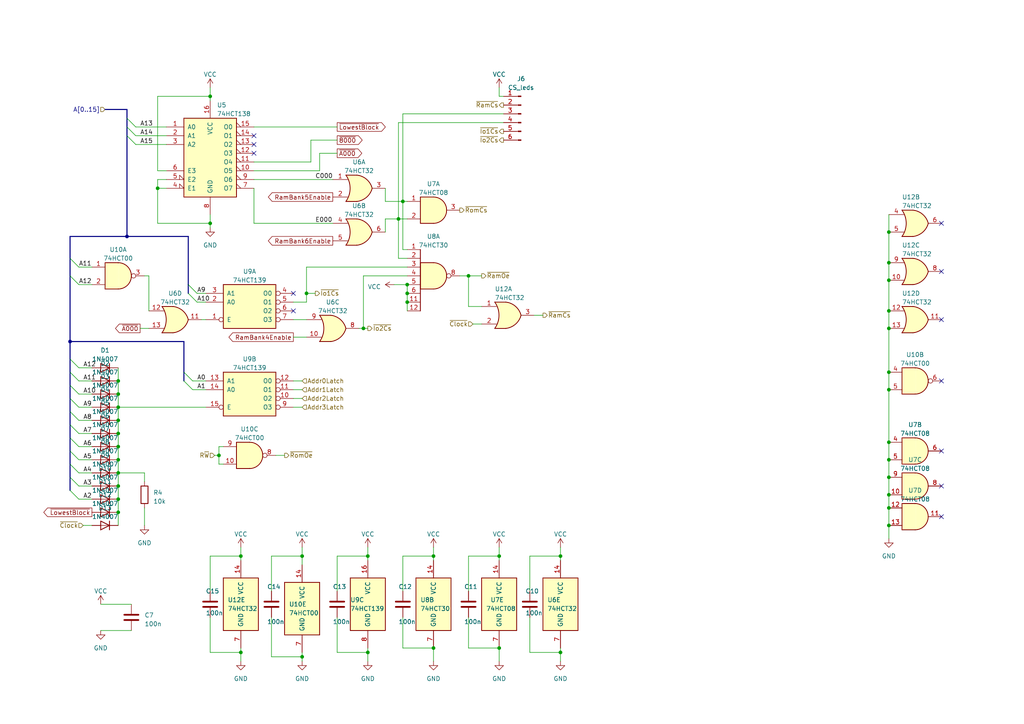
<source format=kicad_sch>
(kicad_sch (version 20250114) (generator "eeschema") (generator_version "9.0")
  (paper "A4")
  (lib_symbols
    (symbol "74xx:74LS00" (pin_names (offset 1.016))
      (property "Reference" "U" (at 0 1.27 0))
      (property "Value" "74LS00" (at 0 -1.27 0))
      (symbol "74LS00_1_1"
        (pin input line (at -7.62 2.54 0) (length 3.81) (name "~") (number "1"))
        (pin input line (at -7.62 -2.54 0) (length 3.81) (name "~") (number "2"))
        (pin output inverted (at 7.62 0 180) (length 3.81) (name "~") (number "3"))
      )
      (symbol "74LS00_1_2"
        (pin input inverted (at -7.62 2.54 0) (length 4.318) (name "~") (number "1"))
        (pin input inverted (at -7.62 -2.54 0) (length 4.318) (name "~") (number "2"))
        (pin output line (at 7.62 0 180) (length 3.81) (name "~") (number "3"))
      )
      (symbol "74LS00_2_1"
        (pin input line (at -7.62 2.54 0) (length 3.81) (name "~") (number "4"))
        (pin input line (at -7.62 -2.54 0) (length 3.81) (name "~") (number "5"))
        (pin output inverted (at 7.62 0 180) (length 3.81) (name "~") (number "6"))
      )
      (symbol "74LS00_2_2"
        (pin input inverted (at -7.62 2.54 0) (length 4.318) (name "~") (number "4"))
        (pin input inverted (at -7.62 -2.54 0) (length 4.318) (name "~") (number "5"))
        (pin output line (at 7.62 0 180) (length 3.81) (name "~") (number "6"))
      )
      (symbol "74LS00_3_1"
        (pin input line (at -7.62 2.54 0) (length 3.81) (name "~") (number "9"))
        (pin input line (at -7.62 -2.54 0) (length 3.81) (name "~") (number "10"))
        (pin output inverted (at 7.62 0 180) (length 3.81) (name "~") (number "8"))
      )
      (symbol "74LS00_3_2"
        (pin input inverted (at -7.62 2.54 0) (length 4.318) (name "~") (number "9"))
        (pin input inverted (at -7.62 -2.54 0) (length 4.318) (name "~") (number "10"))
        (pin output line (at 7.62 0 180) (length 3.81) (name "~") (number "8"))
      )
      (symbol "74LS00_4_1"
        (pin input line (at -7.62 2.54 0) (length 3.81) (name "~") (number "12"))
        (pin input line (at -7.62 -2.54 0) (length 3.81) (name "~") (number "13"))
        (pin output inverted (at 7.62 0 180) (length 3.81) (name "~") (number "11"))
      )
      (symbol "74LS00_4_2"
        (pin input inverted (at -7.62 2.54 0) (length 4.318) (name "~") (number "12"))
        (pin input inverted (at -7.62 -2.54 0) (length 4.318) (name "~") (number "13"))
        (pin output line (at 7.62 0 180) (length 3.81) (name "~") (number "11"))
      )
      (symbol "74LS00_5_0"
        (pin power_in line (at 0 12.7 270) (length 5.08) (name "VCC") (number "14"))
        (pin power_in line (at 0 -12.7 90) (length 5.08) (name "GND") (number "7"))
      )
    )
    (symbol "74xx:74LS08" (pin_names (offset 1.016))
      (property "Reference" "U" (at 0 1.27 0))
      (property "Value" "74LS08" (at 0 -1.27 0))
      (symbol "74LS08_1_1"
        (pin input line (at -7.62 2.54 0) (length 3.81) (name "~") (number "1"))
        (pin input line (at -7.62 -2.54 0) (length 3.81) (name "~") (number "2"))
        (pin output line (at 7.62 0 180) (length 3.81) (name "~") (number "3"))
      )
      (symbol "74LS08_1_2"
        (pin input inverted (at -7.62 2.54 0) (length 4.318) (name "~") (number "1"))
        (pin input inverted (at -7.62 -2.54 0) (length 4.318) (name "~") (number "2"))
        (pin output inverted (at 7.62 0 180) (length 3.81) (name "~") (number "3"))
      )
      (symbol "74LS08_2_1"
        (pin input line (at -7.62 2.54 0) (length 3.81) (name "~") (number "4"))
        (pin input line (at -7.62 -2.54 0) (length 3.81) (name "~") (number "5"))
        (pin output line (at 7.62 0 180) (length 3.81) (name "~") (number "6"))
      )
      (symbol "74LS08_2_2"
        (pin input inverted (at -7.62 2.54 0) (length 4.318) (name "~") (number "4"))
        (pin input inverted (at -7.62 -2.54 0) (length 4.318) (name "~") (number "5"))
        (pin output inverted (at 7.62 0 180) (length 3.81) (name "~") (number "6"))
      )
      (symbol "74LS08_3_1"
        (pin input line (at -7.62 2.54 0) (length 3.81) (name "~") (number "9"))
        (pin input line (at -7.62 -2.54 0) (length 3.81) (name "~") (number "10"))
        (pin output line (at 7.62 0 180) (length 3.81) (name "~") (number "8"))
      )
      (symbol "74LS08_3_2"
        (pin input inverted (at -7.62 2.54 0) (length 4.318) (name "~") (number "9"))
        (pin input inverted (at -7.62 -2.54 0) (length 4.318) (name "~") (number "10"))
        (pin output inverted (at 7.62 0 180) (length 3.81) (name "~") (number "8"))
      )
      (symbol "74LS08_4_1"
        (pin input line (at -7.62 2.54 0) (length 3.81) (name "~") (number "12"))
        (pin input line (at -7.62 -2.54 0) (length 3.81) (name "~") (number "13"))
        (pin output line (at 7.62 0 180) (length 3.81) (name "~") (number "11"))
      )
      (symbol "74LS08_4_2"
        (pin input inverted (at -7.62 2.54 0) (length 4.318) (name "~") (number "12"))
        (pin input inverted (at -7.62 -2.54 0) (length 4.318) (name "~") (number "13"))
        (pin output inverted (at 7.62 0 180) (length 3.81) (name "~") (number "11"))
      )
      (symbol "74LS08_5_0"
        (pin power_in line (at 0 12.7 270) (length 5.08) (name "VCC") (number "14"))
        (pin power_in line (at 0 -12.7 90) (length 5.08) (name "GND") (number "7"))
      )
    )
    (symbol "74xx:74LS138" (pin_names (offset 1.016))
      (property "Reference" "U" (at -7.62 11.43 0))
      (property "Value" "74LS138" (at -7.62 -13.97 0))
      (symbol "74LS138_1_0"
        (pin input line (at -12.7 7.62 0) (length 5.08) (name "A0") (number "1"))
        (pin input line (at -12.7 5.08 0) (length 5.08) (name "A1") (number "2"))
        (pin input line (at -12.7 2.54 0) (length 5.08) (name "A2") (number "3"))
        (pin input line (at -12.7 -5.08 0) (length 5.08) (name "E3") (number "6"))
        (pin input input_low (at -12.7 -7.62 0) (length 5.08) (name "E2") (number "5"))
        (pin input input_low (at -12.7 -10.16 0) (length 5.08) (name "E1") (number "4"))
        (pin power_in line (at 0 15.24 270) (length 5.08) (name "VCC") (number "16"))
        (pin power_in line (at 0 -17.78 90) (length 5.08) (name "GND") (number "8"))
        (pin output output_low (at 12.7 7.62 180) (length 5.08) (name "O0") (number "15"))
        (pin output output_low (at 12.7 5.08 180) (length 5.08) (name "O1") (number "14"))
        (pin output output_low (at 12.7 2.54 180) (length 5.08) (name "O2") (number "13"))
        (pin output output_low (at 12.7 0 180) (length 5.08) (name "O3") (number "12"))
        (pin output output_low (at 12.7 -2.54 180) (length 5.08) (name "O4") (number "11"))
        (pin output output_low (at 12.7 -5.08 180) (length 5.08) (name "O5") (number "10"))
        (pin output output_low (at 12.7 -7.62 180) (length 5.08) (name "O6") (number "9"))
        (pin output output_low (at 12.7 -10.16 180) (length 5.08) (name "O7") (number "7"))
      )
    )
    (symbol "74xx:74LS139" (pin_names (offset 1.016))
      (property "Reference" "U" (at -7.62 8.89 0))
      (property "Value" "74LS139" (at -7.62 -8.89 0))
      (symbol "74LS139_1_0"
        (pin input line (at -12.7 2.54 0) (length 5.08) (name "A1") (number "3"))
        (pin input line (at -12.7 0 0) (length 5.08) (name "A0") (number "2"))
        (pin input inverted (at -12.7 -5.08 0) (length 5.08) (name "E") (number "1"))
        (pin output inverted (at 12.7 2.54 180) (length 5.08) (name "O0") (number "4"))
        (pin output inverted (at 12.7 0 180) (length 5.08) (name "O1") (number "5"))
        (pin output inverted (at 12.7 -2.54 180) (length 5.08) (name "O2") (number "6"))
        (pin output inverted (at 12.7 -5.08 180) (length 5.08) (name "O3") (number "7"))
      )
      (symbol "74LS139_2_0"
        (pin input line (at -12.7 2.54 0) (length 5.08) (name "A1") (number "13"))
        (pin input line (at -12.7 0 0) (length 5.08) (name "A0") (number "14"))
        (pin input inverted (at -12.7 -5.08 0) (length 5.08) (name "E") (number "15"))
        (pin output inverted (at 12.7 2.54 180) (length 5.08) (name "O0") (number "12"))
        (pin output inverted (at 12.7 0 180) (length 5.08) (name "O1") (number "11"))
        (pin output inverted (at 12.7 -2.54 180) (length 5.08) (name "O2") (number "10"))
        (pin output inverted (at 12.7 -5.08 180) (length 5.08) (name "O3") (number "9"))
      )
      (symbol "74LS139_3_0"
        (pin power_in line (at 0 12.7 270) (length 5.08) (name "VCC") (number "16"))
        (pin power_in line (at 0 -12.7 90) (length 5.08) (name "GND") (number "8"))
      )
    )
    (symbol "74xx:74LS30" (pin_names (offset 1.016))
      (property "Reference" "U" (at 0 1.27 0))
      (property "Value" "74LS30" (at 0 -1.27 0))
      (symbol "74LS30_1_1"
        (pin input line (at -7.62 7.62 0) (length 3.81) (name "~") (number "1"))
        (pin input line (at -7.62 5.08 0) (length 3.81) (name "~") (number "2"))
        (pin input line (at -7.62 2.54 0) (length 3.81) (name "~") (number "3"))
        (pin input line (at -7.62 0 0) (length 3.81) (name "~") (number "4"))
        (pin input line (at -7.62 -2.54 0) (length 3.81) (name "~") (number "5"))
        (pin input line (at -7.62 -5.08 0) (length 3.81) (name "~") (number "6"))
        (pin input line (at -7.62 -7.62 0) (length 3.81) (name "~") (number "11"))
        (pin input line (at -7.62 -10.16 0) (length 3.81) (name "~") (number "12"))
        (pin output inverted (at 7.62 0 180) (length 3.81) (name "~") (number "8"))
      )
      (symbol "74LS30_1_2"
        (pin input inverted (at -7.62 7.62 0) (length 3.81) (name "~") (number "1"))
        (pin input inverted (at -7.62 5.08 0) (length 3.81) (name "~") (number "2"))
        (pin input inverted (at -7.62 2.54 0) (length 4.5466) (name "~") (number "3"))
        (pin input inverted (at -7.62 0 0) (length 5.08) (name "~") (number "4"))
        (pin input inverted (at -7.62 -2.54 0) (length 4.5466) (name "~") (number "5"))
        (pin input inverted (at -7.62 -5.08 0) (length 3.81) (name "~") (number "6"))
        (pin input inverted (at -7.62 -7.62 0) (length 3.81) (name "~") (number "11"))
        (pin input inverted (at -7.62 -10.16 0) (length 3.81) (name "~") (number "12"))
        (pin output line (at 7.62 0 180) (length 3.81) (name "~") (number "8"))
      )
      (symbol "74LS30_2_0"
        (pin power_in line (at 0 12.7 270) (length 5.08) (name "VCC") (number "14"))
        (pin power_in line (at 0 -12.7 90) (length 5.08) (name "GND") (number "7"))
      )
    )
    (symbol "74xx:74LS32" (pin_names (offset 1.016))
      (property "Reference" "U" (at 0 1.27 0))
      (property "Value" "74LS32" (at 0 -1.27 0))
      (symbol "74LS32_1_1"
        (pin input line (at -7.62 2.54 0) (length 4.318) (name "~") (number "1"))
        (pin input line (at -7.62 -2.54 0) (length 4.318) (name "~") (number "2"))
        (pin output line (at 7.62 0 180) (length 3.81) (name "~") (number "3"))
      )
      (symbol "74LS32_1_2"
        (pin input inverted (at -7.62 2.54 0) (length 3.81) (name "~") (number "1"))
        (pin input inverted (at -7.62 -2.54 0) (length 3.81) (name "~") (number "2"))
        (pin output inverted (at 7.62 0 180) (length 3.81) (name "~") (number "3"))
      )
      (symbol "74LS32_2_1"
        (pin input line (at -7.62 2.54 0) (length 4.318) (name "~") (number "4"))
        (pin input line (at -7.62 -2.54 0) (length 4.318) (name "~") (number "5"))
        (pin output line (at 7.62 0 180) (length 3.81) (name "~") (number "6"))
      )
      (symbol "74LS32_2_2"
        (pin input inverted (at -7.62 2.54 0) (length 3.81) (name "~") (number "4"))
        (pin input inverted (at -7.62 -2.54 0) (length 3.81) (name "~") (number "5"))
        (pin output inverted (at 7.62 0 180) (length 3.81) (name "~") (number "6"))
      )
      (symbol "74LS32_3_1"
        (pin input line (at -7.62 2.54 0) (length 4.318) (name "~") (number "9"))
        (pin input line (at -7.62 -2.54 0) (length 4.318) (name "~") (number "10"))
        (pin output line (at 7.62 0 180) (length 3.81) (name "~") (number "8"))
      )
      (symbol "74LS32_3_2"
        (pin input inverted (at -7.62 2.54 0) (length 3.81) (name "~") (number "9"))
        (pin input inverted (at -7.62 -2.54 0) (length 3.81) (name "~") (number "10"))
        (pin output inverted (at 7.62 0 180) (length 3.81) (name "~") (number "8"))
      )
      (symbol "74LS32_4_1"
        (pin input line (at -7.62 2.54 0) (length 4.318) (name "~") (number "12"))
        (pin input line (at -7.62 -2.54 0) (length 4.318) (name "~") (number "13"))
        (pin output line (at 7.62 0 180) (length 3.81) (name "~") (number "11"))
      )
      (symbol "74LS32_4_2"
        (pin input inverted (at -7.62 2.54 0) (length 3.81) (name "~") (number "12"))
        (pin input inverted (at -7.62 -2.54 0) (length 3.81) (name "~") (number "13"))
        (pin output inverted (at 7.62 0 180) (length 3.81) (name "~") (number "11"))
      )
      (symbol "74LS32_5_0"
        (pin power_in line (at 0 12.7 270) (length 5.08) (name "VCC") (number "14"))
        (pin power_in line (at 0 -12.7 90) (length 5.08) (name "GND") (number "7"))
      )
    )
    (symbol "Connector:Conn_01x06_Pin" (pin_names (offset 1.016) (hide yes))
      (property "Reference" "J" (at 0 7.62 0))
      (property "Value" "Conn_01x06_Pin" (at 0 -10.16 0))
      (symbol "Conn_01x06_Pin_1_1"
        (pin passive line (at 5.08 5.08 180) (length 3.81) (name "Pin_1") (number "1"))
        (pin passive line (at 5.08 2.54 180) (length 3.81) (name "Pin_2") (number "2"))
        (pin passive line (at 5.08 0 180) (length 3.81) (name "Pin_3") (number "3"))
        (pin passive line (at 5.08 -2.54 180) (length 3.81) (name "Pin_4") (number "4"))
        (pin passive line (at 5.08 -5.08 180) (length 3.81) (name "Pin_5") (number "5"))
        (pin passive line (at 5.08 -7.62 180) (length 3.81) (name "Pin_6") (number "6"))
      )
    )
    (symbol "Device:C" (pin_numbers (hide yes)) (pin_names (offset 0.254))
      (property "Reference" "C" (at 0.635 2.54 0))
      (property "Value" "C" (at 0.635 -2.54 0))
      (symbol "C_1_1"
        (pin passive line (at 0 3.81 270) (length 2.794) (name "~") (number "1"))
        (pin passive line (at 0 -3.81 90) (length 2.794) (name "~") (number "2"))
      )
    )
    (symbol "Device:D" (pin_numbers (hide yes)) (pin_names (offset 1.016) (hide yes))
      (property "Reference" "D" (at 0 2.54 0))
      (property "Value" "D" (at 0 -2.54 0))
      (symbol "D_1_1"
        (pin passive line (at -3.81 0 0) (length 2.54) (name "K") (number "1"))
        (pin passive line (at 3.81 0 180) (length 2.54) (name "A") (number "2"))
      )
    )
    (symbol "Device:R" (pin_numbers (hide yes)) (pin_names (offset 0))
      (property "Reference" "R" (at 2.032 0 90))
      (property "Value" "R" (at 0 0 90))
      (symbol "R_1_1"
        (pin passive line (at 0 3.81 270) (length 1.27) (name "~") (number "1"))
        (pin passive line (at 0 -3.81 90) (length 1.27) (name "~") (number "2"))
      )
    )
    (symbol "power:GND" (power) (pin_names (offset 0))
      (property "Value" "GND" (at 0 -3.81 0))
      (symbol "GND_1_1"
        (pin power_in line (at 0 0 270) (length 0) (hide yes) (name "GND") (number "1"))
      )
    )
    (symbol "power:VCC" (power) (pin_names (offset 0))
      (property "Value" "VCC" (at 0 3.81 0))
      (symbol "VCC_1_1"
        (pin power_in line (at 0 0 90) (length 0) (hide yes) (name "VCC") (number "1"))
      )
    )
  )
  (junction (at 125.73 161.29))
  (junction (at 257.81 147.32))
  (junction (at 257.81 107.95))
  (junction (at 144.78 161.29))
  (junction (at 144.78 187.96))
  (junction (at 34.29 121.92))
  (junction (at 88.9 85.09))
  (junction (at 34.29 125.73))
  (junction (at 125.73 187.96))
  (junction (at 34.29 118.11))
  (junction (at 257.81 76.2))
  (junction (at 118.11 87.63))
  (junction (at 34.29 148.59))
  (junction (at 34.29 144.78))
  (junction (at 87.63 161.29))
  (junction (at 106.68 161.29))
  (junction (at 87.63 190.5))
  (junction (at 257.81 113.03))
  (junction (at 257.81 138.43))
  (junction (at 257.81 143.51))
  (junction (at 116.84 58.42))
  (junction (at 34.29 137.16))
  (junction (at 34.29 129.54))
  (junction (at 106.68 189.23))
  (junction (at 162.56 189.23))
  (junction (at 257.81 128.27))
  (junction (at 34.29 110.49))
  (junction (at 105.41 95.25))
  (junction (at 34.29 114.3))
  (junction (at 257.81 81.28))
  (junction (at 257.81 133.35))
  (junction (at 36.83 68.58))
  (junction (at 135.89 80.01))
  (junction (at 257.81 152.4))
  (junction (at 45.72 54.61))
  (junction (at 69.85 161.29))
  (junction (at 69.85 189.23))
  (junction (at 60.96 27.94))
  (junction (at 118.11 85.09))
  (junction (at 34.29 140.97))
  (junction (at 257.81 67.31))
  (junction (at 257.81 95.25))
  (junction (at 162.56 161.29))
  (junction (at 60.96 64.77))
  (junction (at 20.32 99.06))
  (junction (at 257.81 90.17))
  (junction (at 118.11 82.55))
  (junction (at 63.5 132.08))
  (junction (at 115.57 63.5))
  (junction (at 34.29 133.35))
  (no_connect (at 85.09 85.09))
  (no_connect (at 73.66 41.91))
  (no_connect (at 73.66 44.45))
  (no_connect (at 273.05 78.74))
  (no_connect (at 273.05 64.77))
  (no_connect (at 85.09 90.17))
  (no_connect (at 273.05 130.81))
  (no_connect (at 273.05 110.49))
  (no_connect (at 273.05 92.71))
  (no_connect (at 73.66 39.37))
  (no_connect (at 273.05 140.97))
  (no_connect (at 273.05 149.86))
  (bus_entry (at 36.83 34.29) (size 2.54 2.54))
  (bus_entry (at 54.61 85.09) (size 2.54 2.54))
  (bus_entry (at 20.32 119.38) (size 2.54 2.54))
  (bus_entry (at 36.83 39.37) (size 2.54 2.54))
  (bus_entry (at 20.32 111.76) (size 2.54 2.54))
  (bus_entry (at 20.32 74.93) (size 2.54 2.54))
  (bus_entry (at 36.83 36.83) (size 2.54 2.54))
  (bus_entry (at 54.61 82.55) (size 2.54 2.54))
  (bus_entry (at 20.32 138.43) (size 2.54 2.54))
  (bus_entry (at 20.32 130.81) (size 2.54 2.54))
  (bus_entry (at 20.32 107.95) (size 2.54 2.54))
  (bus_entry (at 20.32 104.14) (size 2.54 2.54))
  (bus_entry (at 20.32 80.01) (size 2.54 2.54))
  (bus_entry (at 20.32 134.62) (size 2.54 2.54))
  (bus_entry (at 53.34 110.49) (size 2.54 2.54))
  (bus_entry (at 20.32 123.19) (size 2.54 2.54))
  (bus_entry (at 20.32 127) (size 2.54 2.54))
  (bus_entry (at 20.32 142.24) (size 2.54 2.54))
  (bus_entry (at 20.32 115.57) (size 2.54 2.54))
  (bus_entry (at 53.34 107.95) (size 2.54 2.54))
  (wire (pts (xy 118.11 87.63) (xy 118.11 90.17)))
  (wire (pts (xy 69.85 191.77) (xy 69.85 189.23)))
  (bus (pts (xy 53.34 99.06) (xy 53.34 107.95)))
  (wire (pts (xy 257.81 90.17) (xy 257.81 95.25)))
  (wire (pts (xy 125.73 158.75) (xy 125.73 161.29)))
  (wire (pts (xy 106.68 158.75) (xy 106.68 161.29)))
  (wire (pts (xy 257.81 113.03) (xy 257.81 128.27)))
  (wire (pts (xy 257.81 138.43) (xy 257.81 143.51)))
  (wire (pts (xy 106.68 189.23) (xy 106.68 191.77)))
  (wire (pts (xy 45.72 27.94) (xy 60.96 27.94)))
  (wire (pts (xy 39.37 36.83) (xy 48.26 36.83)))
  (wire (pts (xy 57.15 85.09) (xy 59.69 85.09)))
  (wire (pts (xy 82.55 132.08) (xy 80.01 132.08)))
  (wire (pts (xy 105.41 95.25) (xy 104.14 95.25)))
  (wire (pts (xy 137.16 93.98) (xy 139.7 93.98)))
  (bus (pts (xy 36.83 36.83) (xy 36.83 39.37)))
  (bus (pts (xy 20.32 134.62) (xy 20.32 138.43)))
  (wire (pts (xy 34.29 137.16) (xy 41.91 137.16)))
  (wire (pts (xy 22.86 140.97) (xy 26.67 140.97)))
  (wire (pts (xy 125.73 161.29) (xy 125.73 162.56)))
  (bus (pts (xy 30.48 31.75) (xy 36.83 31.75)))
  (wire (pts (xy 22.86 144.78) (xy 26.67 144.78)))
  (wire (pts (xy 87.63 190.5) (xy 87.63 191.77)))
  (wire (pts (xy 60.96 64.77) (xy 60.96 62.23)))
  (bus (pts (xy 53.34 107.95) (xy 53.34 110.49)))
  (bus (pts (xy 20.32 127) (xy 20.32 130.81)))
  (wire (pts (xy 22.86 82.55) (xy 26.67 82.55)))
  (wire (pts (xy 22.86 125.73) (xy 26.67 125.73)))
  (wire (pts (xy 87.63 115.57) (xy 85.09 115.57)))
  (wire (pts (xy 135.89 161.29) (xy 144.78 161.29)))
  (wire (pts (xy 135.89 80.01) (xy 133.35 80.01)))
  (wire (pts (xy 257.81 62.23) (xy 257.81 67.31)))
  (wire (pts (xy 257.81 133.35) (xy 257.81 138.43)))
  (wire (pts (xy 73.66 52.07) (xy 96.52 52.07)))
  (wire (pts (xy 97.79 36.83) (xy 73.66 36.83)))
  (wire (pts (xy 34.29 133.35) (xy 34.29 137.16)))
  (bus (pts (xy 20.32 115.57) (xy 20.32 119.38)))
  (wire (pts (xy 39.37 41.91) (xy 48.26 41.91)))
  (wire (pts (xy 29.21 182.88) (xy 38.1 182.88)))
  (wire (pts (xy 87.63 189.23) (xy 87.63 190.5)))
  (wire (pts (xy 60.96 25.4) (xy 60.96 27.94)))
  (wire (pts (xy 34.29 106.68) (xy 34.29 110.49)))
  (wire (pts (xy 63.5 134.62) (xy 64.77 134.62)))
  (wire (pts (xy 162.56 191.77) (xy 162.56 189.23)))
  (wire (pts (xy 88.9 85.09) (xy 91.44 85.09)))
  (wire (pts (xy 22.86 106.68) (xy 26.67 106.68)))
  (wire (pts (xy 78.74 161.29) (xy 78.74 171.45)))
  (wire (pts (xy 22.86 77.47) (xy 26.67 77.47)))
  (wire (pts (xy 57.15 87.63) (xy 59.69 87.63)))
  (wire (pts (xy 144.78 161.29) (xy 144.78 162.56)))
  (bus (pts (xy 20.32 68.58) (xy 20.32 74.93)))
  (wire (pts (xy 43.18 80.01) (xy 41.91 80.01)))
  (wire (pts (xy 90.17 40.64) (xy 90.17 46.99)))
  (wire (pts (xy 45.72 49.53) (xy 45.72 27.94)))
  (wire (pts (xy 34.29 140.97) (xy 34.29 144.78)))
  (wire (pts (xy 257.81 76.2) (xy 257.81 81.28)))
  (wire (pts (xy 60.96 171.45) (xy 60.96 161.29)))
  (wire (pts (xy 111.76 54.61) (xy 111.76 58.42)))
  (wire (pts (xy 22.86 129.54) (xy 26.67 129.54)))
  (wire (pts (xy 257.81 143.51) (xy 257.81 147.32)))
  (bus (pts (xy 36.83 31.75) (xy 36.83 34.29)))
  (wire (pts (xy 257.81 152.4) (xy 257.81 156.21)))
  (wire (pts (xy 116.84 33.02) (xy 146.05 33.02)))
  (wire (pts (xy 34.29 110.49) (xy 34.29 114.3)))
  (bus (pts (xy 20.32 99.06) (xy 20.32 104.14)))
  (wire (pts (xy 29.21 175.26) (xy 38.1 175.26)))
  (wire (pts (xy 135.89 187.96) (xy 144.78 187.96)))
  (wire (pts (xy 116.84 58.42) (xy 116.84 72.39)))
  (wire (pts (xy 162.56 161.29) (xy 162.56 162.56)))
  (wire (pts (xy 60.96 189.23) (xy 69.85 189.23)))
  (bus (pts (xy 20.32 119.38) (xy 20.32 123.19)))
  (wire (pts (xy 88.9 92.71) (xy 85.09 92.71)))
  (wire (pts (xy 92.71 44.45) (xy 97.79 44.45)))
  (bus (pts (xy 36.83 68.58) (xy 20.32 68.58)))
  (wire (pts (xy 34.29 118.11) (xy 59.69 118.11)))
  (wire (pts (xy 63.5 132.08) (xy 63.5 134.62)))
  (wire (pts (xy 162.56 158.75) (xy 162.56 161.29)))
  (wire (pts (xy 144.78 27.94) (xy 146.05 27.94)))
  (wire (pts (xy 87.63 113.03) (xy 85.09 113.03)))
  (wire (pts (xy 45.72 54.61) (xy 45.72 64.77)))
  (wire (pts (xy 92.71 49.53) (xy 92.71 44.45)))
  (wire (pts (xy 78.74 190.5) (xy 87.63 190.5)))
  (wire (pts (xy 87.63 118.11) (xy 85.09 118.11)))
  (wire (pts (xy 135.89 179.07) (xy 135.89 187.96)))
  (wire (pts (xy 162.56 189.23) (xy 162.56 187.96)))
  (bus (pts (xy 54.61 82.55) (xy 54.61 85.09)))
  (wire (pts (xy 34.29 137.16) (xy 34.29 140.97)))
  (wire (pts (xy 257.81 95.25) (xy 257.81 107.95)))
  (bus (pts (xy 36.83 39.37) (xy 36.83 68.58)))
  (bus (pts (xy 20.32 99.06) (xy 53.34 99.06)))
  (wire (pts (xy 45.72 52.07) (xy 45.72 54.61)))
  (wire (pts (xy 118.11 72.39) (xy 116.84 72.39)))
  (bus (pts (xy 20.32 130.81) (xy 20.32 134.62)))
  (wire (pts (xy 105.41 80.01) (xy 105.41 95.25)))
  (wire (pts (xy 88.9 97.79) (xy 85.09 97.79)))
  (bus (pts (xy 36.83 68.58) (xy 54.61 68.58)))
  (wire (pts (xy 144.78 187.96) (xy 144.78 191.77)))
  (wire (pts (xy 97.79 189.23) (xy 106.68 189.23)))
  (bus (pts (xy 36.83 34.29) (xy 36.83 36.83)))
  (wire (pts (xy 115.57 63.5) (xy 111.76 63.5)))
  (wire (pts (xy 116.84 161.29) (xy 125.73 161.29)))
  (wire (pts (xy 106.68 161.29) (xy 106.68 162.56)))
  (bus (pts (xy 20.32 123.19) (xy 20.32 127)))
  (wire (pts (xy 111.76 63.5) (xy 111.76 67.31)))
  (wire (pts (xy 22.86 118.11) (xy 26.67 118.11)))
  (wire (pts (xy 115.57 63.5) (xy 115.57 35.56)))
  (wire (pts (xy 106.68 187.96) (xy 106.68 189.23)))
  (wire (pts (xy 88.9 77.47) (xy 88.9 85.09)))
  (wire (pts (xy 22.86 114.3) (xy 26.67 114.3)))
  (wire (pts (xy 116.84 187.96) (xy 125.73 187.96)))
  (wire (pts (xy 63.5 129.54) (xy 64.77 129.54)))
  (wire (pts (xy 257.81 107.95) (xy 257.81 113.03)))
  (wire (pts (xy 257.81 128.27) (xy 257.81 133.35)))
  (wire (pts (xy 34.29 129.54) (xy 34.29 133.35)))
  (wire (pts (xy 45.72 54.61) (xy 48.26 54.61)))
  (wire (pts (xy 22.86 110.49) (xy 26.67 110.49)))
  (wire (pts (xy 34.29 114.3) (xy 34.29 118.11)))
  (wire (pts (xy 153.67 179.07) (xy 153.67 189.23)))
  (bus (pts (xy 20.32 138.43) (xy 20.32 142.24)))
  (wire (pts (xy 115.57 35.56) (xy 146.05 35.56)))
  (bus (pts (xy 20.32 80.01) (xy 20.32 99.06)))
  (wire (pts (xy 45.72 64.77) (xy 60.96 64.77)))
  (wire (pts (xy 40.64 95.25) (xy 43.18 95.25)))
  (wire (pts (xy 88.9 85.09) (xy 88.9 87.63)))
  (wire (pts (xy 34.29 121.92) (xy 34.29 125.73)))
  (wire (pts (xy 97.79 161.29) (xy 106.68 161.29)))
  (wire (pts (xy 88.9 87.63) (xy 85.09 87.63)))
  (wire (pts (xy 22.86 121.92) (xy 26.67 121.92)))
  (wire (pts (xy 144.78 25.4) (xy 144.78 27.94)))
  (wire (pts (xy 106.68 95.25) (xy 105.41 95.25)))
  (wire (pts (xy 153.67 161.29) (xy 162.56 161.29)))
  (wire (pts (xy 116.84 58.42) (xy 118.11 58.42)))
  (bus (pts (xy 20.32 74.93) (xy 20.32 80.01)))
  (wire (pts (xy 257.81 67.31) (xy 257.81 76.2)))
  (wire (pts (xy 22.86 133.35) (xy 26.67 133.35)))
  (wire (pts (xy 41.91 152.4) (xy 41.91 147.32)))
  (wire (pts (xy 34.29 144.78) (xy 34.29 148.59)))
  (wire (pts (xy 60.96 66.04) (xy 60.96 64.77)))
  (wire (pts (xy 87.63 158.75) (xy 87.63 161.29)))
  (bus (pts (xy 20.32 111.76) (xy 20.32 115.57)))
  (wire (pts (xy 257.81 147.32) (xy 257.81 152.4)))
  (wire (pts (xy 257.81 81.28) (xy 257.81 90.17)))
  (wire (pts (xy 116.84 179.07) (xy 116.84 187.96)))
  (wire (pts (xy 118.11 85.09) (xy 118.11 87.63)))
  (wire (pts (xy 73.66 64.77) (xy 96.52 64.77)))
  (wire (pts (xy 69.85 158.75) (xy 69.85 161.29)))
  (wire (pts (xy 114.3 82.55) (xy 118.11 82.55)))
  (wire (pts (xy 135.89 80.01) (xy 135.89 88.9)))
  (wire (pts (xy 135.89 171.45) (xy 135.89 161.29)))
  (wire (pts (xy 88.9 77.47) (xy 118.11 77.47)))
  (wire (pts (xy 125.73 187.96) (xy 125.73 191.77)))
  (wire (pts (xy 153.67 171.45) (xy 153.67 161.29)))
  (wire (pts (xy 60.96 27.94) (xy 60.96 29.21)))
  (wire (pts (xy 60.96 161.29) (xy 69.85 161.29)))
  (wire (pts (xy 97.79 171.45) (xy 97.79 161.29)))
  (wire (pts (xy 73.66 49.53) (xy 92.71 49.53)))
  (wire (pts (xy 135.89 88.9) (xy 139.7 88.9)))
  (wire (pts (xy 48.26 52.07) (xy 45.72 52.07)))
  (wire (pts (xy 144.78 158.75) (xy 144.78 161.29)))
  (wire (pts (xy 97.79 179.07) (xy 97.79 189.23)))
  (wire (pts (xy 157.48 91.44) (xy 154.94 91.44)))
  (wire (pts (xy 48.26 49.53) (xy 45.72 49.53)))
  (wire (pts (xy 58.42 92.71) (xy 59.69 92.71)))
  (wire (pts (xy 69.85 161.29) (xy 69.85 162.56)))
  (wire (pts (xy 87.63 161.29) (xy 87.63 163.83)))
  (wire (pts (xy 34.29 125.73) (xy 34.29 129.54)))
  (wire (pts (xy 39.37 39.37) (xy 48.26 39.37)))
  (wire (pts (xy 63.5 132.08) (xy 63.5 129.54)))
  (wire (pts (xy 97.79 40.64) (xy 90.17 40.64)))
  (wire (pts (xy 55.88 113.03) (xy 59.69 113.03)))
  (wire (pts (xy 90.17 46.99) (xy 73.66 46.99)))
  (wire (pts (xy 43.18 90.17) (xy 43.18 80.01)))
  (wire (pts (xy 118.11 82.55) (xy 118.11 85.09)))
  (wire (pts (xy 55.88 110.49) (xy 59.69 110.49)))
  (wire (pts (xy 62.23 132.08) (xy 63.5 132.08)))
  (wire (pts (xy 87.63 110.49) (xy 85.09 110.49)))
  (wire (pts (xy 105.41 80.01) (xy 118.11 80.01)))
  (bus (pts (xy 20.32 107.95) (xy 20.32 111.76)))
  (wire (pts (xy 115.57 74.93) (xy 115.57 63.5)))
  (wire (pts (xy 60.96 179.07) (xy 60.96 189.23)))
  (wire (pts (xy 116.84 171.45) (xy 116.84 161.29)))
  (wire (pts (xy 118.11 63.5) (xy 115.57 63.5)))
  (wire (pts (xy 153.67 189.23) (xy 162.56 189.23)))
  (wire (pts (xy 41.91 139.7) (xy 41.91 137.16)))
  (wire (pts (xy 73.66 54.61) (xy 73.66 64.77)))
  (wire (pts (xy 34.29 118.11) (xy 34.29 121.92)))
  (bus (pts (xy 54.61 68.58) (xy 54.61 82.55)))
  (wire (pts (xy 139.7 80.01) (xy 135.89 80.01)))
  (wire (pts (xy 78.74 179.07) (xy 78.74 190.5)))
  (wire (pts (xy 118.11 74.93) (xy 115.57 74.93)))
  (wire (pts (xy 69.85 189.23) (xy 69.85 187.96)))
  (wire (pts (xy 24.13 152.4) (xy 26.67 152.4)))
  (wire (pts (xy 22.86 137.16) (xy 26.67 137.16)))
  (wire (pts (xy 116.84 58.42) (xy 116.84 33.02)))
  (wire (pts (xy 34.29 148.59) (xy 34.29 152.4)))
  (wire (pts (xy 111.76 58.42) (xy 116.84 58.42)))
  (bus (pts (xy 20.32 104.14) (xy 20.32 107.95)))
  (wire (pts (xy 87.63 161.29) (xy 78.74 161.29)))
  (label "A11" (at 24.13 110.49 0))
  (label "A12" (at 22.86 82.55 0))
  (label "C000" (at 91.44 52.07 0))
  (label "A2" (at 24.13 144.78 0))
  (label "A3" (at 24.13 140.97 0))
  (label "A8" (at 24.13 121.92 0))
  (label "A0" (at 57.15 110.49 0))
  (label "A11" (at 22.86 77.47 0))
  (label "A7" (at 24.13 125.73 0))
  (label "A5" (at 24.13 133.35 0))
  (label "A12" (at 24.13 106.68 0))
  (label "A10" (at 57.15 87.63 0))
  (label "A9" (at 57.15 85.09 0))
  (label "A6" (at 24.13 129.54 0))
  (label "A13" (at 40.64 36.83 0))
  (label "A9" (at 24.13 118.11 0))
  (label "A4" (at 24.13 137.16 0))
  (label "A15" (at 40.64 41.91 0))
  (label "E000" (at 91.44 64.77 0))
  (label "A14" (at 40.64 39.37 0))
  (label "A1" (at 57.15 113.03 0))
  (label "A10" (at 24.13 114.3 0))
  (global_label "~{LowestBlock}" (shape output) (at 26.67 148.59 180) (property "Intersheetrefs" "${INTERSHEET_REFS}" (effects (hide yes))))
  (global_label "~{A000}" (shape output) (at 97.79 44.45 0) (property "Intersheetrefs" "${INTERSHEET_REFS}" (effects (hide yes))))
  (global_label "~{A000}" (shape output) (at 40.64 95.25 180) (property "Intersheetrefs" "${INTERSHEET_REFS}" (effects (hide yes))))
  (global_label "RamBank6Enable" (shape output) (at 96.52 69.85 180) (property "Intersheetrefs" "${INTERSHEET_REFS}" (effects (hide yes))))
  (global_label "~{LowestBlock}" (shape output) (at 97.79 36.83 0) (property "Intersheetrefs" "${INTERSHEET_REFS}" (effects (hide yes))))
  (global_label "RamBank4Enable" (shape output) (at 85.09 97.79 180) (property "Intersheetrefs" "${INTERSHEET_REFS}" (effects (hide yes))))
  (global_label "~{8000}" (shape output) (at 97.79 40.64 0) (property "Intersheetrefs" "${INTERSHEET_REFS}" (effects (hide yes))))
  (global_label "RamBank5Enable" (shape output) (at 96.52 57.15 180) (property "Intersheetrefs" "${INTERSHEET_REFS}" (effects (hide yes))))
  (hierarchical_label "~{RamCs}" (shape output) (at 146.05 30.48 180))
  (hierarchical_label "R~{W}" (shape input) (at 62.23 132.08 180))
  (hierarchical_label "~{RomCs}" (shape output) (at 133.35 60.96 0))
  (hierarchical_label "Addr1Latch" (shape input) (at 87.63 113.03 0))
  (hierarchical_label "~{Io2Cs}" (shape output) (at 106.68 95.25 0))
  (hierarchical_label "Addr0Latch" (shape input) (at 87.63 110.49 0))
  (hierarchical_label "~{RamCs}" (shape output) (at 157.48 91.44 0))
  (hierarchical_label "Addr2Latch" (shape input) (at 87.63 115.57 0))
  (hierarchical_label "~{Clock}" (shape input) (at 24.13 152.4 180))
  (hierarchical_label "Addr3Latch" (shape input) (at 87.63 118.11 0))
  (hierarchical_label "~{RamOe}" (shape output) (at 139.7 80.01 0))
  (hierarchical_label "A[0..15]" (shape input) (at 30.48 31.75 180))
  (hierarchical_label "~{RomOe}" (shape output) (at 82.55 132.08 0))
  (hierarchical_label "~{Io1Cs}" (shape output) (at 91.44 85.09 0))
  (hierarchical_label "~{Io1Cs}" (shape output) (at 146.05 38.1 180))
  (hierarchical_label "~{Clock}" (shape input) (at 137.16 93.98 180))
  (hierarchical_label "~{Io2Cs}" (shape output) (at 146.05 40.64 180))
  (symbol (lib_id "power:VCC") (at 144.78 158.75 0) (unit 1)
    (property "Reference" "#PWR019" (effects (hide yes)))
    (property "Value" "VCC" (at 144.78 154.94 0))
  )
  (symbol (lib_id "74xx:74LS08") (at 125.73 60.96 0) (unit 1)
    (property "Reference" "U7" (at 125.7217 53.34 0))
    (property "Value" "74HCT08" (at 125.7217 55.88 0))
    (property "Footprint" "Package_DIP:DIP-14_W7.62mm" (effects (hide yes)))
    (property "Datasheet" "http://www.ti.com/lit/gpn/sn74LS08" (effects (hide yes)))
  )
  (symbol (lib_id "74xx:74LS138") (at 60.96 44.45 0) (unit 1)
    (property "Reference" "U5" (at 62.9159 30.48 0) (effects (justify left)))
    (property "Value" "74HCT138" (at 62.9159 33.02 0) (effects (justify left)))
    (property "Footprint" "Package_DIP:DIP-16_W7.62mm" (effects (hide yes)))
    (property "Datasheet" "http://www.ti.com/lit/gpn/sn74LS138" (effects (hide yes)))
  )
  (symbol (lib_id "power:VCC") (at 29.21 175.26 0) (unit 1)
    (property "Reference" "#PWR015" (effects (hide yes)))
    (property "Value" "VCC" (at 29.21 171.45 0))
  )
  (symbol (lib_id "74xx:74LS08") (at 265.43 130.81 0) (unit 2)
    (property "Reference" "U7" (at 265.4217 123.19 0))
    (property "Value" "74HCT08" (at 265.4217 125.73 0))
    (property "Footprint" "Package_DIP:DIP-14_W7.62mm" (effects (hide yes)))
    (property "Datasheet" "http://www.ti.com/lit/gpn/sn74LS08" (effects (hide yes)))
  )
  (symbol (lib_id "74xx:74LS32") (at 147.32 91.44 0) (unit 1)
    (property "Reference" "U12" (at 143.51 83.82 0) (effects (justify left)))
    (property "Value" "74HCT32" (at 143.51 86.36 0) (effects (justify left)))
    (property "Footprint" "Package_DIP:DIP-14_W7.62mm" (effects (hide yes)))
    (property "Datasheet" "http://www.ti.com/lit/gpn/sn74LS32" (effects (hide yes)))
  )
  (symbol (lib_id "power:GND") (at 29.21 182.88 0) (unit 1)
    (property "Reference" "#PWR016" (effects (hide yes)))
    (property "Value" "GND" (at 29.21 187.96 0))
  )
  (symbol (lib_id "Device:D") (at 30.48 148.59 180) (unit 1)
    (property "Reference" "D12" (at 30.48 143.51 0))
    (property "Value" "1N4007" (at 30.48 146.05 0))
    (property "Footprint" "Diode_THT:D_DO-41_SOD81_P7.62mm_Horizontal" (effects (hide yes)))
    (property "Sim.Device" "D" (effects (hide yes)))
    (property "Sim.Pins" "1=K 2=A" (effects (hide yes)))
  )
  (symbol (lib_id "Device:C") (at 116.84 175.26 0) (unit 1)
    (property "Reference" "C12" (at 115.57 170.18 0) (effects (justify left)))
    (property "Value" "100n" (at 115.57 180.34 0) (effects (justify left)))
    (property "Footprint" "Capacitor_THT:C_Disc_D3.8mm_W2.6mm_P2.50mm" (effects (hide yes)))
  )
  (symbol (lib_id "Device:D") (at 30.48 106.68 180) (unit 1)
    (property "Reference" "D1" (at 30.48 101.6 0))
    (property "Value" "1N4007" (at 30.48 104.14 0))
    (property "Footprint" "Diode_THT:D_DO-41_SOD81_P7.62mm_Horizontal" (effects (hide yes)))
    (property "Sim.Device" "D" (effects (hide yes)))
    (property "Sim.Pins" "1=K 2=A" (effects (hide yes)))
  )
  (symbol (lib_id "Device:C") (at 38.1 179.07 0) (unit 1)
    (property "Reference" "C7" (at 41.91 178.435 0) (effects (justify left)))
    (property "Value" "100n" (at 41.91 180.975 0) (effects (justify left)))
    (property "Footprint" "Capacitor_THT:C_Disc_D3.8mm_W2.6mm_P2.50mm" (effects (hide yes)))
  )
  (symbol (lib_id "power:GND") (at 125.73 191.77 0) (unit 1)
    (property "Reference" "#PWR022" (effects (hide yes)))
    (property "Value" "GND" (at 125.73 196.85 0))
  )
  (symbol (lib_id "Device:D") (at 30.48 152.4 180) (unit 1)
    (property "Reference" "D13" (at 30.48 147.32 0))
    (property "Value" "1N4007" (at 30.48 149.86 0))
    (property "Footprint" "Diode_THT:D_DO-41_SOD81_P7.62mm_Horizontal" (effects (hide yes)))
    (property "Sim.Device" "D" (effects (hide yes)))
    (property "Sim.Pins" "1=K 2=A" (effects (hide yes)))
  )
  (symbol (lib_id "74xx:74LS32") (at 69.85 175.26 0) (unit 5)
    (property "Reference" "U12" (at 66.04 173.99 0) (effects (justify left)))
    (property "Value" "74HCT32" (at 66.04 176.53 0) (effects (justify left)))
    (property "Footprint" "Package_DIP:DIP-14_W7.62mm" (effects (hide yes)))
    (property "Datasheet" "http://www.ti.com/lit/gpn/sn74LS32" (effects (hide yes)))
  )
  (symbol (lib_id "power:VCC") (at 125.73 158.75 0) (unit 1)
    (property "Reference" "#PWR021" (effects (hide yes)))
    (property "Value" "VCC" (at 125.73 154.94 0))
  )
  (symbol (lib_id "power:VCC") (at 114.3 82.55 90) (unit 1)
    (property "Reference" "#PWR025" (effects (hide yes)))
    (property "Value" "VCC" (at 110.49 83.185 90) (effects (justify left)))
  )
  (symbol (lib_id "74xx:74LS08") (at 265.43 140.97 0) (unit 3)
    (property "Reference" "U7" (at 265.4217 133.35 0))
    (property "Value" "74HCT08" (at 265.4217 135.89 0))
    (property "Footprint" "Package_DIP:DIP-14_W7.62mm" (effects (hide yes)))
    (property "Datasheet" "http://www.ti.com/lit/gpn/sn74LS08" (effects (hide yes)))
  )
  (symbol (lib_id "Device:D") (at 30.48 125.73 180) (unit 1)
    (property "Reference" "D6" (at 30.48 120.65 0))
    (property "Value" "1N4007" (at 30.48 123.19 0))
    (property "Footprint" "Diode_THT:D_DO-41_SOD81_P7.62mm_Horizontal" (effects (hide yes)))
    (property "Sim.Device" "D" (effects (hide yes)))
    (property "Sim.Pins" "1=K 2=A" (effects (hide yes)))
  )
  (symbol (lib_id "power:VCC") (at 106.68 158.75 0) (unit 1)
    (property "Reference" "#PWR023" (effects (hide yes)))
    (property "Value" "VCC" (at 106.68 154.94 0))
  )
  (symbol (lib_id "power:GND") (at 60.96 66.04 0) (unit 1)
    (property "Reference" "#PWR014" (effects (hide yes)))
    (property "Value" "GND" (at 60.96 71.12 0))
  )
  (symbol (lib_id "74xx:74LS32") (at 265.43 92.71 0) (unit 4)
    (property "Reference" "U12" (at 261.62 85.09 0) (effects (justify left)))
    (property "Value" "74HCT32" (at 261.62 87.63 0) (effects (justify left)))
    (property "Footprint" "Package_DIP:DIP-14_W7.62mm" (effects (hide yes)))
    (property "Datasheet" "http://www.ti.com/lit/gpn/sn74LS32" (effects (hide yes)))
  )
  (symbol (lib_id "Connector:Conn_01x06_Pin") (at 151.13 33.02 0) (mirror y) (unit 1)
    (property "Reference" "J6" (at 151.13 22.86 0))
    (property "Value" "CS_leds" (at 151.13 25.4 0))
    (property "Footprint" "Connector_PinHeader_2.54mm:PinHeader_1x06_P2.54mm_Vertical" (effects (hide yes)))
  )
  (symbol (lib_id "power:GND") (at 162.56 191.77 0) (unit 1)
    (property "Reference" "#PWR018" (effects (hide yes)))
    (property "Value" "GND" (at 162.56 196.85 0))
  )
  (symbol (lib_id "74xx:74LS00") (at 72.39 132.08 0) (unit 3)
    (property "Reference" "U10" (at 72.3817 124.46 0))
    (property "Value" "74HCT00" (at 72.3817 127 0))
    (property "Footprint" "Package_DIP:DIP-14_W7.62mm" (effects (hide yes)))
    (property "Datasheet" "http://www.ti.com/lit/gpn/sn74ls00" (effects (hide yes)))
  )
  (symbol (lib_id "power:GND") (at 257.81 156.21 0) (unit 1)
    (property "Reference" "#PWR049" (effects (hide yes)))
    (property "Value" "GND" (at 257.81 161.29 0))
  )
  (symbol (lib_id "74xx:74LS139") (at 106.68 175.26 0) (unit 3)
    (property "Reference" "U9" (at 101.6 173.99 0) (effects (justify left)))
    (property "Value" "74HCT139" (at 101.6 176.53 0) (effects (justify left)))
    (property "Footprint" "Package_DIP:DIP-16_W7.62mm" (effects (hide yes)))
    (property "Datasheet" "http://www.ti.com/lit/ds/symlink/sn74ls139a.pdf" (effects (hide yes)))
  )
  (symbol (lib_id "Device:D") (at 30.48 144.78 180) (unit 1)
    (property "Reference" "D11" (at 30.48 139.7 0))
    (property "Value" "1N4007" (at 30.48 142.24 0))
    (property "Footprint" "Diode_THT:D_DO-41_SOD81_P7.62mm_Horizontal" (effects (hide yes)))
    (property "Sim.Device" "D" (effects (hide yes)))
    (property "Sim.Pins" "1=K 2=A" (effects (hide yes)))
  )
  (symbol (lib_id "power:VCC") (at 87.63 158.75 0) (unit 1)
    (property "Reference" "#PWR026" (effects (hide yes)))
    (property "Value" "VCC" (at 87.63 154.94 0))
  )
  (symbol (lib_id "Device:R") (at 41.91 143.51 0) (unit 1)
    (property "Reference" "R4" (at 44.45 142.875 0) (effects (justify left)))
    (property "Value" "10k" (at 44.45 145.415 0) (effects (justify left)))
    (property "Footprint" "Resistor_THT:R_Axial_DIN0207_L6.3mm_D2.5mm_P7.62mm_Horizontal" (effects (hide yes)))
  )
  (symbol (lib_id "74xx:74LS32") (at 265.43 64.77 0) (unit 2)
    (property "Reference" "U12" (at 261.62 57.15 0) (effects (justify left)))
    (property "Value" "74HCT32" (at 261.62 59.69 0) (effects (justify left)))
    (property "Footprint" "Package_DIP:DIP-14_W7.62mm" (effects (hide yes)))
    (property "Datasheet" "http://www.ti.com/lit/gpn/sn74LS32" (effects (hide yes)))
  )
  (symbol (lib_id "74xx:74LS00") (at 34.29 80.01 0) (unit 1)
    (property "Reference" "U10" (at 34.2817 72.39 0))
    (property "Value" "74HCT00" (at 34.2817 74.93 0))
    (property "Footprint" "Package_DIP:DIP-14_W7.62mm" (effects (hide yes)))
    (property "Datasheet" "http://www.ti.com/lit/gpn/sn74ls00" (effects (hide yes)))
  )
  (symbol (lib_id "74xx:74LS32") (at 50.8 92.71 0) (unit 4)
    (property "Reference" "U6" (at 50.8 85.09 0))
    (property "Value" "74HCT32" (at 50.8 87.63 0))
    (property "Footprint" "Package_DIP:DIP-14_W7.62mm" (effects (hide yes)))
    (property "Datasheet" "http://www.ti.com/lit/gpn/sn74LS32" (effects (hide yes)))
  )
  (symbol (lib_id "74xx:74LS139") (at 72.39 87.63 0) (unit 1)
    (property "Reference" "U9" (at 72.39 78.74 0))
    (property "Value" "74HCT139" (at 72.39 81.28 0))
    (property "Footprint" "Package_DIP:DIP-16_W7.62mm" (effects (hide yes)))
    (property "Datasheet" "http://www.ti.com/lit/ds/symlink/sn74ls139a.pdf" (effects (hide yes)))
  )
  (symbol (lib_id "74xx:74LS00") (at 265.43 110.49 0) (unit 2)
    (property "Reference" "U10" (at 265.4217 102.87 0))
    (property "Value" "74HCT00" (at 265.4217 105.41 0))
    (property "Footprint" "Package_DIP:DIP-14_W7.62mm" (effects (hide yes)))
    (property "Datasheet" "http://www.ti.com/lit/gpn/sn74ls00" (effects (hide yes)))
  )
  (symbol (lib_id "power:GND") (at 69.85 191.77 0) (unit 1)
    (property "Reference" "#PWR031" (effects (hide yes)))
    (property "Value" "GND" (at 69.85 196.85 0))
  )
  (symbol (lib_id "74xx:74LS30") (at 125.73 175.26 0) (unit 2)
    (property "Reference" "U8" (at 121.92 173.99 0) (effects (justify left)))
    (property "Value" "74HCT30" (at 121.92 176.53 0) (effects (justify left)))
    (property "Footprint" "Package_DIP:DIP-14_W7.62mm" (effects (hide yes)))
    (property "Datasheet" "http://www.ti.com/lit/gpn/sn74LS30" (effects (hide yes)))
  )
  (symbol (lib_id "74xx:74LS32") (at 104.14 67.31 0) (unit 2)
    (property "Reference" "U6" (at 104.14 59.69 0))
    (property "Value" "74HCT32" (at 104.14 62.23 0))
    (property "Footprint" "Package_DIP:DIP-14_W7.62mm" (effects (hide yes)))
    (property "Datasheet" "http://www.ti.com/lit/gpn/sn74LS32" (effects (hide yes)))
  )
  (symbol (lib_id "Device:D") (at 30.48 110.49 180) (unit 1)
    (property "Reference" "D2" (at 30.48 105.41 0))
    (property "Value" "1N4007" (at 30.48 107.95 0))
    (property "Footprint" "Diode_THT:D_DO-41_SOD81_P7.62mm_Horizontal" (effects (hide yes)))
    (property "Sim.Device" "D" (effects (hide yes)))
    (property "Sim.Pins" "1=K 2=A" (effects (hide yes)))
  )
  (symbol (lib_id "Device:D") (at 30.48 129.54 180) (unit 1)
    (property "Reference" "D7" (at 30.48 124.46 0))
    (property "Value" "1N4007" (at 30.48 127 0))
    (property "Footprint" "Diode_THT:D_DO-41_SOD81_P7.62mm_Horizontal" (effects (hide yes)))
    (property "Sim.Device" "D" (effects (hide yes)))
    (property "Sim.Pins" "1=K 2=A" (effects (hide yes)))
  )
  (symbol (lib_id "Device:C") (at 97.79 175.26 0) (unit 1)
    (property "Reference" "C13" (at 96.52 170.18 0) (effects (justify left)))
    (property "Value" "100n" (at 96.52 180.34 0) (effects (justify left)))
    (property "Footprint" "Capacitor_THT:C_Disc_D3.8mm_W2.6mm_P2.50mm" (effects (hide yes)))
  )
  (symbol (lib_id "74xx:74LS08") (at 265.43 149.86 0) (unit 4)
    (property "Reference" "U7" (at 265.4217 142.24 0))
    (property "Value" "74HCT08" (at 265.4217 144.78 0))
    (property "Footprint" "Package_DIP:DIP-14_W7.62mm" (effects (hide yes)))
    (property "Datasheet" "http://www.ti.com/lit/gpn/sn74LS08" (effects (hide yes)))
  )
  (symbol (lib_id "74xx:74LS08") (at 144.78 175.26 0) (unit 5)
    (property "Reference" "U7" (at 142.24 173.99 0) (effects (justify left)))
    (property "Value" "74HCT08" (at 140.97 176.53 0) (effects (justify left)))
    (property "Footprint" "Package_DIP:DIP-14_W7.62mm" (effects (hide yes)))
    (property "Datasheet" "http://www.ti.com/lit/gpn/sn74LS08" (effects (hide yes)))
  )
  (symbol (lib_id "74xx:74LS139") (at 72.39 113.03 0) (unit 2)
    (property "Reference" "U9" (at 72.39 104.14 0))
    (property "Value" "74HCT139" (at 72.39 106.68 0))
    (property "Footprint" "Package_DIP:DIP-16_W7.62mm" (effects (hide yes)))
    (property "Datasheet" "http://www.ti.com/lit/ds/symlink/sn74ls139a.pdf" (effects (hide yes)))
  )
  (symbol (lib_id "Device:D") (at 30.48 121.92 180) (unit 1)
    (property "Reference" "D5" (at 30.48 116.84 0))
    (property "Value" "1N4007" (at 30.48 119.38 0))
    (property "Footprint" "Diode_THT:D_DO-41_SOD81_P7.62mm_Horizontal" (effects (hide yes)))
    (property "Sim.Device" "D" (effects (hide yes)))
    (property "Sim.Pins" "1=K 2=A" (effects (hide yes)))
  )
  (symbol (lib_id "power:VCC") (at 144.78 25.4 0) (unit 1)
    (property "Reference" "#PWR053" (effects (hide yes)))
    (property "Value" "VCC" (at 144.78 21.59 0))
  )
  (symbol (lib_id "74xx:74LS32") (at 265.43 78.74 0) (unit 3)
    (property "Reference" "U12" (at 261.62 71.12 0) (effects (justify left)))
    (property "Value" "74HCT32" (at 261.62 73.66 0) (effects (justify left)))
    (property "Footprint" "Package_DIP:DIP-14_W7.62mm" (effects (hide yes)))
    (property "Datasheet" "http://www.ti.com/lit/gpn/sn74LS32" (effects (hide yes)))
  )
  (symbol (lib_id "power:GND") (at 144.78 191.77 0) (unit 1)
    (property "Reference" "#PWR020" (effects (hide yes)))
    (property "Value" "GND" (at 144.78 196.85 0))
  )
  (symbol (lib_id "Device:C") (at 135.89 175.26 0) (unit 1)
    (property "Reference" "C11" (at 134.62 170.18 0) (effects (justify left)))
    (property "Value" "100n" (at 134.62 180.34 0) (effects (justify left)))
    (property "Footprint" "Capacitor_THT:C_Disc_D3.8mm_W2.6mm_P2.50mm" (effects (hide yes)))
  )
  (symbol (lib_id "Device:C") (at 78.74 175.26 0) (unit 1)
    (property "Reference" "C14" (at 77.47 170.18 0) (effects (justify left)))
    (property "Value" "100n" (at 77.47 180.34 0) (effects (justify left)))
    (property "Footprint" "Capacitor_THT:C_Disc_D3.8mm_W2.6mm_P2.50mm" (effects (hide yes)))
  )
  (symbol (lib_id "Device:D") (at 30.48 114.3 180) (unit 1)
    (property "Reference" "D3" (at 30.48 109.22 0))
    (property "Value" "1N4007" (at 30.48 111.76 0))
    (property "Footprint" "Diode_THT:D_DO-41_SOD81_P7.62mm_Horizontal" (effects (hide yes)))
    (property "Sim.Device" "D" (effects (hide yes)))
    (property "Sim.Pins" "1=K 2=A" (effects (hide yes)))
  )
  (symbol (lib_id "74xx:74LS00") (at 87.63 176.53 0) (unit 5)
    (property "Reference" "U10" (at 83.82 175.26 0) (effects (justify left)))
    (property "Value" "74HCT00" (at 83.82 177.8 0) (effects (justify left)))
    (property "Footprint" "Package_DIP:DIP-14_W7.62mm" (effects (hide yes)))
    (property "Datasheet" "http://www.ti.com/lit/gpn/sn74ls00" (effects (hide yes)))
  )
  (symbol (lib_id "power:VCC") (at 69.85 158.75 0) (unit 1)
    (property "Reference" "#PWR030" (effects (hide yes)))
    (property "Value" "VCC" (at 69.85 154.94 0))
  )
  (symbol (lib_id "power:VCC") (at 60.96 25.4 0) (unit 1)
    (property "Reference" "#PWR013" (effects (hide yes)))
    (property "Value" "VCC" (at 60.96 21.59 0))
  )
  (symbol (lib_id "Device:D") (at 30.48 137.16 180) (unit 1)
    (property "Reference" "D9" (at 30.48 132.08 0))
    (property "Value" "1N4007" (at 30.48 134.62 0))
    (property "Footprint" "Diode_THT:D_DO-41_SOD81_P7.62mm_Horizontal" (effects (hide yes)))
    (property "Sim.Device" "D" (effects (hide yes)))
    (property "Sim.Pins" "1=K 2=A" (effects (hide yes)))
  )
  (symbol (lib_id "Device:D") (at 30.48 140.97 180) (unit 1)
    (property "Reference" "D10" (at 30.48 135.89 0))
    (property "Value" "1N4007" (at 30.48 138.43 0))
    (property "Footprint" "Diode_THT:D_DO-41_SOD81_P7.62mm_Horizontal" (effects (hide yes)))
    (property "Sim.Device" "D" (effects (hide yes)))
    (property "Sim.Pins" "1=K 2=A" (effects (hide yes)))
  )
  (symbol (lib_id "power:GND") (at 106.68 191.77 0) (unit 1)
    (property "Reference" "#PWR024" (effects (hide yes)))
    (property "Value" "GND" (at 106.68 196.85 0))
  )
  (symbol (lib_id "74xx:74LS32") (at 162.56 175.26 0) (unit 5)
    (property "Reference" "U6" (at 158.75 173.99 0) (effects (justify left)))
    (property "Value" "74HCT32" (at 158.75 176.53 0) (effects (justify left)))
    (property "Footprint" "Package_DIP:DIP-14_W7.62mm" (effects (hide yes)))
    (property "Datasheet" "http://www.ti.com/lit/gpn/sn74LS32" (effects (hide yes)))
  )
  (symbol (lib_id "Device:D") (at 30.48 133.35 180) (unit 1)
    (property "Reference" "D8" (at 30.48 128.27 0))
    (property "Value" "1N4007" (at 30.48 130.81 0))
    (property "Footprint" "Diode_THT:D_DO-41_SOD81_P7.62mm_Horizontal" (effects (hide yes)))
    (property "Sim.Device" "D" (effects (hide yes)))
    (property "Sim.Pins" "1=K 2=A" (effects (hide yes)))
  )
  (symbol (lib_id "power:GND") (at 41.91 152.4 0) (unit 1)
    (property "Reference" "#PWR028" (effects (hide yes)))
    (property "Value" "GND" (at 41.91 157.48 0))
  )
  (symbol (lib_id "Device:C") (at 153.67 175.26 0) (unit 1)
    (property "Reference" "C10" (at 152.4 171.45 0) (effects (justify left)))
    (property "Value" "100n" (at 152.4 177.8 0) (effects (justify left)))
    (property "Footprint" "Capacitor_THT:C_Disc_D3.8mm_W2.6mm_P2.50mm" (effects (hide yes)))
  )
  (symbol (lib_id "Device:C") (at 60.96 175.26 0) (unit 1)
    (property "Reference" "C15" (at 59.69 171.45 0) (effects (justify left)))
    (property "Value" "100n" (at 59.69 177.8 0) (effects (justify left)))
    (property "Footprint" "Capacitor_THT:C_Disc_D3.8mm_W2.6mm_P2.50mm" (effects (hide yes)))
  )
  (symbol (lib_id "74xx:74LS30") (at 125.73 80.01 0) (unit 1)
    (property "Reference" "U8" (at 125.7217 68.58 0))
    (property "Value" "74HCT30" (at 125.7217 71.12 0))
    (property "Footprint" "Package_DIP:DIP-14_W7.62mm" (effects (hide yes)))
    (property "Datasheet" "http://www.ti.com/lit/gpn/sn74LS30" (effects (hide yes)))
  )
  (symbol (lib_id "74xx:74LS32") (at 96.52 95.25 0) (unit 3)
    (property "Reference" "U6" (at 96.52 87.63 0))
    (property "Value" "74HCT32" (at 96.52 90.17 0))
    (property "Footprint" "Package_DIP:DIP-14_W7.62mm" (effects (hide yes)))
    (property "Datasheet" "http://www.ti.com/lit/gpn/sn74LS32" (effects (hide yes)))
  )
  (symbol (lib_id "Device:D") (at 30.48 118.11 180) (unit 1)
    (property "Reference" "D4" (at 30.48 113.03 0))
    (property "Value" "1N4007" (at 30.48 115.57 0))
    (property "Footprint" "Diode_THT:D_DO-41_SOD81_P7.62mm_Horizontal" (effects (hide yes)))
    (property "Sim.Device" "D" (effects (hide yes)))
    (property "Sim.Pins" "1=K 2=A" (effects (hide yes)))
  )
  (symbol (lib_id "74xx:74LS32") (at 104.14 54.61 0) (unit 1)
    (property "Reference" "U6" (at 104.14 46.99 0))
    (property "Value" "74HCT32" (at 104.14 49.53 0))
    (property "Footprint" "Package_DIP:DIP-14_W7.62mm" (effects (hide yes)))
    (property "Datasheet" "http://www.ti.com/lit/gpn/sn74LS32" (effects (hide yes)))
  )
  (symbol (lib_id "power:VCC") (at 162.56 158.75 0) (unit 1)
    (property "Reference" "#PWR017" (effects (hide yes)))
    (property "Value" "VCC" (at 162.56 154.94 0))
  )
  (symbol (lib_id "power:GND") (at 87.63 191.77 0) (unit 1)
    (property "Reference" "#PWR027" (effects (hide yes)))
    (property "Value" "GND" (at 87.63 196.85 0))
  )
)
</source>
